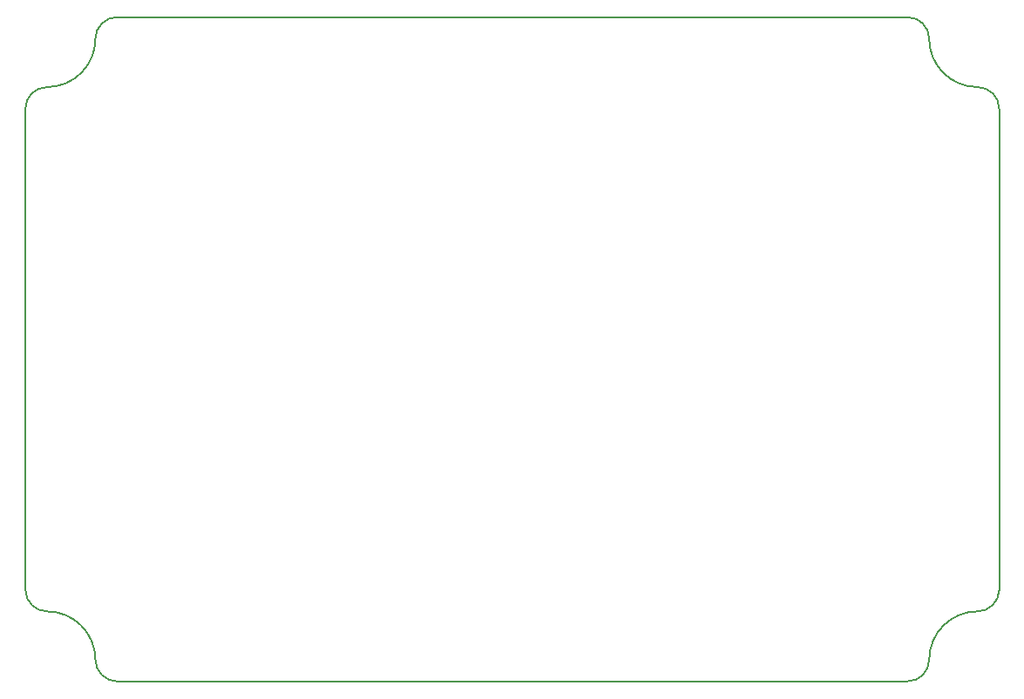
<source format=gbr>
G04 #@! TF.GenerationSoftware,KiCad,Pcbnew,(7.0.0)*
G04 #@! TF.CreationDate,2023-03-27T00:55:10+02:00*
G04 #@! TF.ProjectId,LuminX WLED,4c756d69-6e58-4205-974c-45442e6b6963,1.0*
G04 #@! TF.SameCoordinates,Original*
G04 #@! TF.FileFunction,Profile,NP*
%FSLAX46Y46*%
G04 Gerber Fmt 4.6, Leading zero omitted, Abs format (unit mm)*
G04 Created by KiCad (PCBNEW (7.0.0)) date 2023-03-27 00:55:10*
%MOMM*%
%LPD*%
G01*
G04 APERTURE LIST*
G04 #@! TA.AperFunction,Profile*
%ADD10C,0.200000*%
G04 #@! TD*
G04 APERTURE END LIST*
D10*
X178700445Y-135200027D02*
G75*
G03*
X180800427Y-133100014I-445J2100427D01*
G01*
X99800100Y-133100294D02*
G75*
G03*
X101900148Y-135200000I2100000J294D01*
G01*
X180800100Y-72699706D02*
G75*
G03*
X178700148Y-70600000I-2100000J-294D01*
G01*
X180800179Y-72699706D02*
G75*
G03*
X185500162Y-77399721I4700721J706D01*
G01*
X93000148Y-79500000D02*
X93000147Y-126300297D01*
X93000221Y-126300297D02*
G75*
G03*
X95100134Y-128400279I2100279J297D01*
G01*
X185500441Y-128400027D02*
G75*
G03*
X180800427Y-133100014I659J-4700673D01*
G01*
X95099854Y-77399998D02*
G75*
G03*
X99799868Y-72699986I-654J4700668D01*
G01*
X187600079Y-79499703D02*
G75*
G03*
X185500162Y-77399721I-2100279J-297D01*
G01*
X185500441Y-128400048D02*
G75*
G03*
X187600148Y-126300000I-341J2100048D01*
G01*
X178700148Y-70600000D02*
X101899850Y-70600000D01*
X101899850Y-70599968D02*
G75*
G03*
X99799868Y-72699986I350J-2100332D01*
G01*
X101900148Y-135200000D02*
X178700445Y-135200000D01*
X99800121Y-133100294D02*
G75*
G03*
X95100134Y-128400279I-4700721J-706D01*
G01*
X187600148Y-126300000D02*
X187600148Y-79499703D01*
X95099854Y-77400048D02*
G75*
G03*
X93000148Y-79500000I246J-2099952D01*
G01*
M02*

</source>
